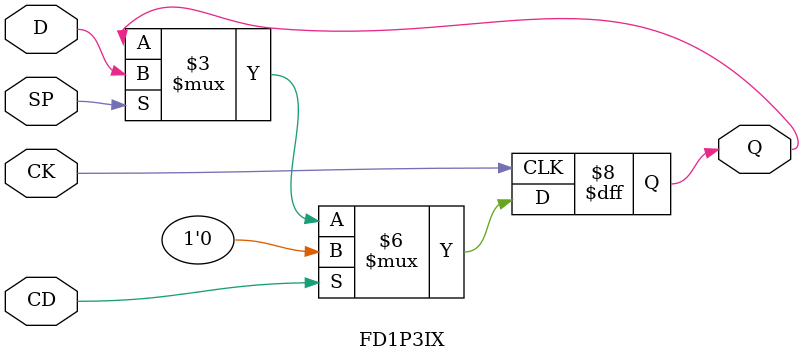
<source format=v>
module FD1P3IX(input D, CK, SP, CD, output reg Q);
	parameter GSR = "DISABLED";
	initial Q = 1'b0;
	always @(posedge CK)
		if (CD)
			Q <= 1'b0;
		else if (SP)
			Q <= D;
	specify
		$setup(D, posedge CK, 0);
		$setup(SP, posedge CK, 212);
		$setup(CD, posedge CK, 224);
		if (!CD && SP) (posedge CK => (Q : D)) = 336;
	endspecify
endmodule
</source>
